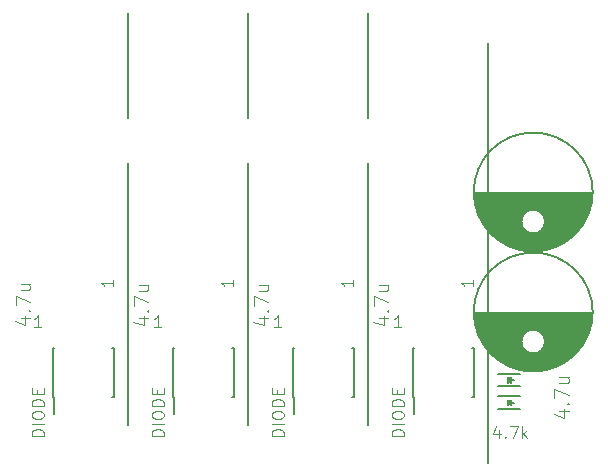
<source format=gbr>
G04 #@! TF.FileFunction,Legend,Top*
%FSLAX46Y46*%
G04 Gerber Fmt 4.6, Leading zero omitted, Abs format (unit mm)*
G04 Created by KiCad (PCBNEW 4.0.7) date 01/30/18 18:32:40*
%MOMM*%
%LPD*%
G01*
G04 APERTURE LIST*
%ADD10C,0.100000*%
%ADD11C,0.200000*%
%ADD12C,0.150000*%
%ADD13C,0.101600*%
G04 APERTURE END LIST*
D10*
D11*
X44450000Y-5080000D02*
X44450000Y-40640000D01*
X13970000Y-11430000D02*
X13970000Y-2540000D01*
X24130000Y-11430000D02*
X24130000Y-2540000D01*
X34290000Y-11430000D02*
X34290000Y-2540000D01*
X34290000Y-15240000D02*
X34290000Y-37465000D01*
X24130000Y-15240000D02*
X24130000Y-37465000D01*
X13970000Y-37465000D02*
X13970000Y-15240000D01*
D12*
X7585000Y-35095000D02*
X7730000Y-35095000D01*
X7585000Y-30945000D02*
X7730000Y-30945000D01*
X12735000Y-30945000D02*
X12590000Y-30945000D01*
X12735000Y-35095000D02*
X12590000Y-35095000D01*
X7585000Y-35095000D02*
X7585000Y-30945000D01*
X12735000Y-35095000D02*
X12735000Y-30945000D01*
X7730000Y-35095000D02*
X7730000Y-36495000D01*
X17745000Y-35095000D02*
X17890000Y-35095000D01*
X17745000Y-30945000D02*
X17890000Y-30945000D01*
X22895000Y-30945000D02*
X22750000Y-30945000D01*
X22895000Y-35095000D02*
X22750000Y-35095000D01*
X17745000Y-35095000D02*
X17745000Y-30945000D01*
X22895000Y-35095000D02*
X22895000Y-30945000D01*
X17890000Y-35095000D02*
X17890000Y-36495000D01*
X27905000Y-35095000D02*
X28050000Y-35095000D01*
X27905000Y-30945000D02*
X28050000Y-30945000D01*
X33055000Y-30945000D02*
X32910000Y-30945000D01*
X33055000Y-35095000D02*
X32910000Y-35095000D01*
X27905000Y-35095000D02*
X27905000Y-30945000D01*
X33055000Y-35095000D02*
X33055000Y-30945000D01*
X28050000Y-35095000D02*
X28050000Y-36495000D01*
X38065000Y-35095000D02*
X38210000Y-35095000D01*
X38065000Y-30945000D02*
X38210000Y-30945000D01*
X43215000Y-30945000D02*
X43070000Y-30945000D01*
X43215000Y-35095000D02*
X43070000Y-35095000D01*
X38065000Y-35095000D02*
X38065000Y-30945000D01*
X43215000Y-35095000D02*
X43215000Y-30945000D01*
X38210000Y-35095000D02*
X38210000Y-36495000D01*
X53259000Y-27975000D02*
X43261000Y-27975000D01*
X53255000Y-28115000D02*
X43265000Y-28115000D01*
X53247000Y-28255000D02*
X43273000Y-28255000D01*
X53235000Y-28395000D02*
X43285000Y-28395000D01*
X53220000Y-28535000D02*
X43300000Y-28535000D01*
X53200000Y-28675000D02*
X43320000Y-28675000D01*
X53176000Y-28815000D02*
X43344000Y-28815000D01*
X53147000Y-28955000D02*
X43373000Y-28955000D01*
X53115000Y-29095000D02*
X43405000Y-29095000D01*
X53078000Y-29235000D02*
X43442000Y-29235000D01*
X53037000Y-29375000D02*
X43483000Y-29375000D01*
X52992000Y-29515000D02*
X48726000Y-29515000D01*
X47794000Y-29515000D02*
X43528000Y-29515000D01*
X52942000Y-29655000D02*
X48927000Y-29655000D01*
X47593000Y-29655000D02*
X43578000Y-29655000D01*
X52887000Y-29795000D02*
X49056000Y-29795000D01*
X47464000Y-29795000D02*
X43633000Y-29795000D01*
X52827000Y-29935000D02*
X49145000Y-29935000D01*
X47375000Y-29935000D02*
X43693000Y-29935000D01*
X52762000Y-30075000D02*
X49206000Y-30075000D01*
X47314000Y-30075000D02*
X43758000Y-30075000D01*
X52692000Y-30215000D02*
X49243000Y-30215000D01*
X47277000Y-30215000D02*
X43828000Y-30215000D01*
X52616000Y-30355000D02*
X49259000Y-30355000D01*
X47261000Y-30355000D02*
X43904000Y-30355000D01*
X52534000Y-30495000D02*
X49255000Y-30495000D01*
X47265000Y-30495000D02*
X43986000Y-30495000D01*
X52446000Y-30635000D02*
X49232000Y-30635000D01*
X47288000Y-30635000D02*
X44074000Y-30635000D01*
X52351000Y-30775000D02*
X49187000Y-30775000D01*
X47333000Y-30775000D02*
X44169000Y-30775000D01*
X52249000Y-30915000D02*
X49117000Y-30915000D01*
X47403000Y-30915000D02*
X44271000Y-30915000D01*
X52139000Y-31055000D02*
X49016000Y-31055000D01*
X47504000Y-31055000D02*
X44381000Y-31055000D01*
X52021000Y-31195000D02*
X48867000Y-31195000D01*
X47653000Y-31195000D02*
X44499000Y-31195000D01*
X51893000Y-31335000D02*
X48615000Y-31335000D01*
X47905000Y-31335000D02*
X44627000Y-31335000D01*
X51756000Y-31475000D02*
X44764000Y-31475000D01*
X51606000Y-31615000D02*
X44914000Y-31615000D01*
X51444000Y-31755000D02*
X45076000Y-31755000D01*
X51267000Y-31895000D02*
X45253000Y-31895000D01*
X51071000Y-32035000D02*
X45449000Y-32035000D01*
X50853000Y-32175000D02*
X45667000Y-32175000D01*
X50607000Y-32315000D02*
X45913000Y-32315000D01*
X50322000Y-32455000D02*
X46198000Y-32455000D01*
X49980000Y-32595000D02*
X46540000Y-32595000D01*
X49534000Y-32735000D02*
X46986000Y-32735000D01*
X48759000Y-32875000D02*
X47761000Y-32875000D01*
X49260000Y-30400000D02*
G75*
G03X49260000Y-30400000I-1000000J0D01*
G01*
X53297500Y-27900000D02*
G75*
G03X53297500Y-27900000I-5037500J0D01*
G01*
X53259000Y-17815000D02*
X43261000Y-17815000D01*
X53255000Y-17955000D02*
X43265000Y-17955000D01*
X53247000Y-18095000D02*
X43273000Y-18095000D01*
X53235000Y-18235000D02*
X43285000Y-18235000D01*
X53220000Y-18375000D02*
X43300000Y-18375000D01*
X53200000Y-18515000D02*
X43320000Y-18515000D01*
X53176000Y-18655000D02*
X43344000Y-18655000D01*
X53147000Y-18795000D02*
X43373000Y-18795000D01*
X53115000Y-18935000D02*
X43405000Y-18935000D01*
X53078000Y-19075000D02*
X43442000Y-19075000D01*
X53037000Y-19215000D02*
X43483000Y-19215000D01*
X52992000Y-19355000D02*
X48726000Y-19355000D01*
X47794000Y-19355000D02*
X43528000Y-19355000D01*
X52942000Y-19495000D02*
X48927000Y-19495000D01*
X47593000Y-19495000D02*
X43578000Y-19495000D01*
X52887000Y-19635000D02*
X49056000Y-19635000D01*
X47464000Y-19635000D02*
X43633000Y-19635000D01*
X52827000Y-19775000D02*
X49145000Y-19775000D01*
X47375000Y-19775000D02*
X43693000Y-19775000D01*
X52762000Y-19915000D02*
X49206000Y-19915000D01*
X47314000Y-19915000D02*
X43758000Y-19915000D01*
X52692000Y-20055000D02*
X49243000Y-20055000D01*
X47277000Y-20055000D02*
X43828000Y-20055000D01*
X52616000Y-20195000D02*
X49259000Y-20195000D01*
X47261000Y-20195000D02*
X43904000Y-20195000D01*
X52534000Y-20335000D02*
X49255000Y-20335000D01*
X47265000Y-20335000D02*
X43986000Y-20335000D01*
X52446000Y-20475000D02*
X49232000Y-20475000D01*
X47288000Y-20475000D02*
X44074000Y-20475000D01*
X52351000Y-20615000D02*
X49187000Y-20615000D01*
X47333000Y-20615000D02*
X44169000Y-20615000D01*
X52249000Y-20755000D02*
X49117000Y-20755000D01*
X47403000Y-20755000D02*
X44271000Y-20755000D01*
X52139000Y-20895000D02*
X49016000Y-20895000D01*
X47504000Y-20895000D02*
X44381000Y-20895000D01*
X52021000Y-21035000D02*
X48867000Y-21035000D01*
X47653000Y-21035000D02*
X44499000Y-21035000D01*
X51893000Y-21175000D02*
X48615000Y-21175000D01*
X47905000Y-21175000D02*
X44627000Y-21175000D01*
X51756000Y-21315000D02*
X44764000Y-21315000D01*
X51606000Y-21455000D02*
X44914000Y-21455000D01*
X51444000Y-21595000D02*
X45076000Y-21595000D01*
X51267000Y-21735000D02*
X45253000Y-21735000D01*
X51071000Y-21875000D02*
X45449000Y-21875000D01*
X50853000Y-22015000D02*
X45667000Y-22015000D01*
X50607000Y-22155000D02*
X45913000Y-22155000D01*
X50322000Y-22295000D02*
X46198000Y-22295000D01*
X49980000Y-22435000D02*
X46540000Y-22435000D01*
X49534000Y-22575000D02*
X46986000Y-22575000D01*
X48759000Y-22715000D02*
X47761000Y-22715000D01*
X49260000Y-20240000D02*
G75*
G03X49260000Y-20240000I-1000000J0D01*
G01*
X53297500Y-17740000D02*
G75*
G03X53297500Y-17740000I-5037500J0D01*
G01*
X45255000Y-34205000D02*
X47155000Y-34205000D01*
X45255000Y-33105000D02*
X47155000Y-33105000D01*
X46155000Y-33655000D02*
X46605000Y-33655000D01*
X46105000Y-33405000D02*
X46105000Y-33905000D01*
X46105000Y-33655000D02*
X46355000Y-33405000D01*
X46355000Y-33405000D02*
X46355000Y-33905000D01*
X46355000Y-33905000D02*
X46105000Y-33655000D01*
X45255000Y-36110000D02*
X47155000Y-36110000D01*
X45255000Y-35010000D02*
X47155000Y-35010000D01*
X46155000Y-35560000D02*
X46605000Y-35560000D01*
X46105000Y-35310000D02*
X46105000Y-35810000D01*
X46105000Y-35560000D02*
X46355000Y-35310000D01*
X46355000Y-35310000D02*
X46355000Y-35810000D01*
X46355000Y-35810000D02*
X46105000Y-35560000D01*
D13*
X4853214Y-28405667D02*
X5657548Y-28405667D01*
X4393595Y-28692929D02*
X5255381Y-28980190D01*
X5255381Y-28233310D01*
X5542643Y-27773690D02*
X5600095Y-27716238D01*
X5657548Y-27773690D01*
X5600095Y-27831142D01*
X5542643Y-27773690D01*
X5657548Y-27773690D01*
X4451048Y-27314071D02*
X4451048Y-26509738D01*
X5657548Y-27026809D01*
X4853214Y-25533047D02*
X5657548Y-25533047D01*
X4853214Y-26050118D02*
X5485190Y-26050118D01*
X5600095Y-25992666D01*
X5657548Y-25877761D01*
X5657548Y-25705404D01*
X5600095Y-25590499D01*
X5542643Y-25533047D01*
X14878214Y-28445667D02*
X15682548Y-28445667D01*
X14418595Y-28732929D02*
X15280381Y-29020190D01*
X15280381Y-28273310D01*
X15567643Y-27813690D02*
X15625095Y-27756238D01*
X15682548Y-27813690D01*
X15625095Y-27871142D01*
X15567643Y-27813690D01*
X15682548Y-27813690D01*
X14476048Y-27354071D02*
X14476048Y-26549738D01*
X15682548Y-27066809D01*
X14878214Y-25573047D02*
X15682548Y-25573047D01*
X14878214Y-26090118D02*
X15510190Y-26090118D01*
X15625095Y-26032666D01*
X15682548Y-25917761D01*
X15682548Y-25745404D01*
X15625095Y-25630499D01*
X15567643Y-25573047D01*
D10*
X6810381Y-38369905D02*
X5810381Y-38369905D01*
X5810381Y-38131810D01*
X5858000Y-37988952D01*
X5953238Y-37893714D01*
X6048476Y-37846095D01*
X6238952Y-37798476D01*
X6381810Y-37798476D01*
X6572286Y-37846095D01*
X6667524Y-37893714D01*
X6762762Y-37988952D01*
X6810381Y-38131810D01*
X6810381Y-38369905D01*
X6810381Y-37369905D02*
X5810381Y-37369905D01*
X5810381Y-36703239D02*
X5810381Y-36512762D01*
X5858000Y-36417524D01*
X5953238Y-36322286D01*
X6143714Y-36274667D01*
X6477048Y-36274667D01*
X6667524Y-36322286D01*
X6762762Y-36417524D01*
X6810381Y-36512762D01*
X6810381Y-36703239D01*
X6762762Y-36798477D01*
X6667524Y-36893715D01*
X6477048Y-36941334D01*
X6143714Y-36941334D01*
X5953238Y-36893715D01*
X5858000Y-36798477D01*
X5810381Y-36703239D01*
X6810381Y-35846096D02*
X5810381Y-35846096D01*
X5810381Y-35608001D01*
X5858000Y-35465143D01*
X5953238Y-35369905D01*
X6048476Y-35322286D01*
X6238952Y-35274667D01*
X6381810Y-35274667D01*
X6572286Y-35322286D01*
X6667524Y-35369905D01*
X6762762Y-35465143D01*
X6810381Y-35608001D01*
X6810381Y-35846096D01*
X6286571Y-34846096D02*
X6286571Y-34512762D01*
X6810381Y-34369905D02*
X6810381Y-34846096D01*
X5810381Y-34846096D01*
X5810381Y-34369905D01*
X16970381Y-38369905D02*
X15970381Y-38369905D01*
X15970381Y-38131810D01*
X16018000Y-37988952D01*
X16113238Y-37893714D01*
X16208476Y-37846095D01*
X16398952Y-37798476D01*
X16541810Y-37798476D01*
X16732286Y-37846095D01*
X16827524Y-37893714D01*
X16922762Y-37988952D01*
X16970381Y-38131810D01*
X16970381Y-38369905D01*
X16970381Y-37369905D02*
X15970381Y-37369905D01*
X15970381Y-36703239D02*
X15970381Y-36512762D01*
X16018000Y-36417524D01*
X16113238Y-36322286D01*
X16303714Y-36274667D01*
X16637048Y-36274667D01*
X16827524Y-36322286D01*
X16922762Y-36417524D01*
X16970381Y-36512762D01*
X16970381Y-36703239D01*
X16922762Y-36798477D01*
X16827524Y-36893715D01*
X16637048Y-36941334D01*
X16303714Y-36941334D01*
X16113238Y-36893715D01*
X16018000Y-36798477D01*
X15970381Y-36703239D01*
X16970381Y-35846096D02*
X15970381Y-35846096D01*
X15970381Y-35608001D01*
X16018000Y-35465143D01*
X16113238Y-35369905D01*
X16208476Y-35322286D01*
X16398952Y-35274667D01*
X16541810Y-35274667D01*
X16732286Y-35322286D01*
X16827524Y-35369905D01*
X16922762Y-35465143D01*
X16970381Y-35608001D01*
X16970381Y-35846096D01*
X16446571Y-34846096D02*
X16446571Y-34512762D01*
X16970381Y-34369905D02*
X16970381Y-34846096D01*
X15970381Y-34846096D01*
X15970381Y-34369905D01*
X6603905Y-29162381D02*
X6032476Y-29162381D01*
X6318190Y-29162381D02*
X6318190Y-28162381D01*
X6222952Y-28305238D01*
X6127714Y-28400476D01*
X6032476Y-28448095D01*
X12652381Y-25146095D02*
X12652381Y-25717524D01*
X12652381Y-25431810D02*
X11652381Y-25431810D01*
X11795238Y-25527048D01*
X11890476Y-25622286D01*
X11938095Y-25717524D01*
X16763905Y-29162381D02*
X16192476Y-29162381D01*
X16478190Y-29162381D02*
X16478190Y-28162381D01*
X16382952Y-28305238D01*
X16287714Y-28400476D01*
X16192476Y-28448095D01*
X22812381Y-25146095D02*
X22812381Y-25717524D01*
X22812381Y-25431810D02*
X21812381Y-25431810D01*
X21955238Y-25527048D01*
X22050476Y-25622286D01*
X22098095Y-25717524D01*
D13*
X25038214Y-28445667D02*
X25842548Y-28445667D01*
X24578595Y-28732929D02*
X25440381Y-29020190D01*
X25440381Y-28273310D01*
X25727643Y-27813690D02*
X25785095Y-27756238D01*
X25842548Y-27813690D01*
X25785095Y-27871142D01*
X25727643Y-27813690D01*
X25842548Y-27813690D01*
X24636048Y-27354071D02*
X24636048Y-26549738D01*
X25842548Y-27066809D01*
X25038214Y-25573047D02*
X25842548Y-25573047D01*
X25038214Y-26090118D02*
X25670190Y-26090118D01*
X25785095Y-26032666D01*
X25842548Y-25917761D01*
X25842548Y-25745404D01*
X25785095Y-25630499D01*
X25727643Y-25573047D01*
X35198214Y-28445667D02*
X36002548Y-28445667D01*
X34738595Y-28732929D02*
X35600381Y-29020190D01*
X35600381Y-28273310D01*
X35887643Y-27813690D02*
X35945095Y-27756238D01*
X36002548Y-27813690D01*
X35945095Y-27871142D01*
X35887643Y-27813690D01*
X36002548Y-27813690D01*
X34796048Y-27354071D02*
X34796048Y-26549738D01*
X36002548Y-27066809D01*
X35198214Y-25573047D02*
X36002548Y-25573047D01*
X35198214Y-26090118D02*
X35830190Y-26090118D01*
X35945095Y-26032666D01*
X36002548Y-25917761D01*
X36002548Y-25745404D01*
X35945095Y-25630499D01*
X35887643Y-25573047D01*
D10*
X27130381Y-38369905D02*
X26130381Y-38369905D01*
X26130381Y-38131810D01*
X26178000Y-37988952D01*
X26273238Y-37893714D01*
X26368476Y-37846095D01*
X26558952Y-37798476D01*
X26701810Y-37798476D01*
X26892286Y-37846095D01*
X26987524Y-37893714D01*
X27082762Y-37988952D01*
X27130381Y-38131810D01*
X27130381Y-38369905D01*
X27130381Y-37369905D02*
X26130381Y-37369905D01*
X26130381Y-36703239D02*
X26130381Y-36512762D01*
X26178000Y-36417524D01*
X26273238Y-36322286D01*
X26463714Y-36274667D01*
X26797048Y-36274667D01*
X26987524Y-36322286D01*
X27082762Y-36417524D01*
X27130381Y-36512762D01*
X27130381Y-36703239D01*
X27082762Y-36798477D01*
X26987524Y-36893715D01*
X26797048Y-36941334D01*
X26463714Y-36941334D01*
X26273238Y-36893715D01*
X26178000Y-36798477D01*
X26130381Y-36703239D01*
X27130381Y-35846096D02*
X26130381Y-35846096D01*
X26130381Y-35608001D01*
X26178000Y-35465143D01*
X26273238Y-35369905D01*
X26368476Y-35322286D01*
X26558952Y-35274667D01*
X26701810Y-35274667D01*
X26892286Y-35322286D01*
X26987524Y-35369905D01*
X27082762Y-35465143D01*
X27130381Y-35608001D01*
X27130381Y-35846096D01*
X26606571Y-34846096D02*
X26606571Y-34512762D01*
X27130381Y-34369905D02*
X27130381Y-34846096D01*
X26130381Y-34846096D01*
X26130381Y-34369905D01*
X37290381Y-38369905D02*
X36290381Y-38369905D01*
X36290381Y-38131810D01*
X36338000Y-37988952D01*
X36433238Y-37893714D01*
X36528476Y-37846095D01*
X36718952Y-37798476D01*
X36861810Y-37798476D01*
X37052286Y-37846095D01*
X37147524Y-37893714D01*
X37242762Y-37988952D01*
X37290381Y-38131810D01*
X37290381Y-38369905D01*
X37290381Y-37369905D02*
X36290381Y-37369905D01*
X36290381Y-36703239D02*
X36290381Y-36512762D01*
X36338000Y-36417524D01*
X36433238Y-36322286D01*
X36623714Y-36274667D01*
X36957048Y-36274667D01*
X37147524Y-36322286D01*
X37242762Y-36417524D01*
X37290381Y-36512762D01*
X37290381Y-36703239D01*
X37242762Y-36798477D01*
X37147524Y-36893715D01*
X36957048Y-36941334D01*
X36623714Y-36941334D01*
X36433238Y-36893715D01*
X36338000Y-36798477D01*
X36290381Y-36703239D01*
X37290381Y-35846096D02*
X36290381Y-35846096D01*
X36290381Y-35608001D01*
X36338000Y-35465143D01*
X36433238Y-35369905D01*
X36528476Y-35322286D01*
X36718952Y-35274667D01*
X36861810Y-35274667D01*
X37052286Y-35322286D01*
X37147524Y-35369905D01*
X37242762Y-35465143D01*
X37290381Y-35608001D01*
X37290381Y-35846096D01*
X36766571Y-34846096D02*
X36766571Y-34512762D01*
X37290381Y-34369905D02*
X37290381Y-34846096D01*
X36290381Y-34846096D01*
X36290381Y-34369905D01*
X26923905Y-29162381D02*
X26352476Y-29162381D01*
X26638190Y-29162381D02*
X26638190Y-28162381D01*
X26542952Y-28305238D01*
X26447714Y-28400476D01*
X26352476Y-28448095D01*
X32972381Y-25146095D02*
X32972381Y-25717524D01*
X32972381Y-25431810D02*
X31972381Y-25431810D01*
X32115238Y-25527048D01*
X32210476Y-25622286D01*
X32258095Y-25717524D01*
X37083905Y-29162381D02*
X36512476Y-29162381D01*
X36798190Y-29162381D02*
X36798190Y-28162381D01*
X36702952Y-28305238D01*
X36607714Y-28400476D01*
X36512476Y-28448095D01*
X43132381Y-25146095D02*
X43132381Y-25717524D01*
X43132381Y-25431810D02*
X42132381Y-25431810D01*
X42275238Y-25527048D01*
X42370476Y-25622286D01*
X42418095Y-25717524D01*
D13*
X50446214Y-36279667D02*
X51250548Y-36279667D01*
X49986595Y-36566929D02*
X50848381Y-36854190D01*
X50848381Y-36107310D01*
X51135643Y-35647690D02*
X51193095Y-35590238D01*
X51250548Y-35647690D01*
X51193095Y-35705142D01*
X51135643Y-35647690D01*
X51250548Y-35647690D01*
X50044048Y-35188071D02*
X50044048Y-34383738D01*
X51250548Y-34900809D01*
X50446214Y-33407047D02*
X51250548Y-33407047D01*
X50446214Y-33924118D02*
X51078190Y-33924118D01*
X51193095Y-33866666D01*
X51250548Y-33751761D01*
X51250548Y-33579404D01*
X51193095Y-33464499D01*
X51135643Y-33407047D01*
X50446214Y-36279667D02*
X51250548Y-36279667D01*
X49986595Y-36566929D02*
X50848381Y-36854190D01*
X50848381Y-36107310D01*
X51135643Y-35647690D02*
X51193095Y-35590238D01*
X51250548Y-35647690D01*
X51193095Y-35705142D01*
X51135643Y-35647690D01*
X51250548Y-35647690D01*
X50044048Y-35188071D02*
X50044048Y-34383738D01*
X51250548Y-34900809D01*
X50446214Y-33407047D02*
X51250548Y-33407047D01*
X50446214Y-33924118D02*
X51078190Y-33924118D01*
X51193095Y-33866666D01*
X51250548Y-33751761D01*
X51250548Y-33579404D01*
X51193095Y-33464499D01*
X51135643Y-33407047D01*
D10*
X45370667Y-37893714D02*
X45370667Y-38560381D01*
X45132571Y-37512762D02*
X44894476Y-38227048D01*
X45513524Y-38227048D01*
X45894476Y-38465143D02*
X45942095Y-38512762D01*
X45894476Y-38560381D01*
X45846857Y-38512762D01*
X45894476Y-38465143D01*
X45894476Y-38560381D01*
X46275428Y-37560381D02*
X46942095Y-37560381D01*
X46513523Y-38560381D01*
X47323047Y-38560381D02*
X47323047Y-37560381D01*
X47418285Y-38179429D02*
X47704000Y-38560381D01*
X47704000Y-37893714D02*
X47323047Y-38274667D01*
M02*

</source>
